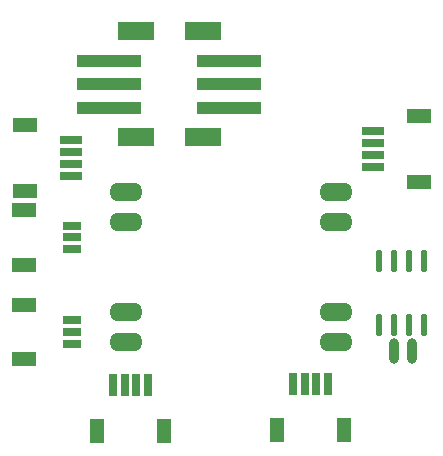
<source format=gbp>
G04 Layer: BottomPasteMaskLayer*
G04 EasyEDA v6.5.40, 2024-02-08 20:30:12*
G04 8a8f0ff451d84adea016c743fcc8db9f,2e16165ee3bb4678bfb3015e44e098b9,10*
G04 Gerber Generator version 0.2*
G04 Scale: 100 percent, Rotated: No, Reflected: No *
G04 Dimensions in millimeters *
G04 leading zeros omitted , absolute positions ,4 integer and 5 decimal *
%FSLAX45Y45*%
%MOMM*%

%AMMACRO1*21,1,$1,$2,0,0,$3*%
%ADD10MACRO1,1X5.5001X90.0000*%
%ADD11MACRO1,1.5999X3X90.0000*%
%ADD12MACRO1,1X5.5001X-90.0000*%
%ADD13MACRO1,1.5999X3X-90.0000*%
%ADD14MACRO1,1.1999X2X90.0000*%
%ADD15MACRO1,0.5999X1.6002X90.0000*%
%ADD16MACRO1,0.7X1.7998X90.0000*%
%ADD17MACRO1,0.7X1.7998X-90.0000*%
%ADD18MACRO1,1.1999X2X-90.0000*%
%ADD19MACRO1,0.7X1.7998X0.0000*%
%ADD20MACRO1,1.1999X2X0.0000*%
%ADD21O,0.7999984X2.1999956000000003*%
%ADD22O,0.5684012X1.950212*%
%ADD23O,2.7999944X1.5999968*%

%LPD*%
D10*
G01*
X1879600Y3073387D03*
G01*
X1879600Y3273386D03*
G01*
X1879600Y2873387D03*
D11*
G01*
X1654594Y3523399D03*
G01*
X1654594Y2623400D03*
D12*
G01*
X863600Y3073387D03*
G01*
X863600Y2873387D03*
G01*
X863600Y3273386D03*
D13*
G01*
X1088605Y2623400D03*
G01*
X1088605Y3523399D03*
D14*
G01*
X142900Y1548002D03*
G01*
X142900Y2007997D03*
D15*
G01*
X542899Y1877999D03*
G01*
X542899Y1778000D03*
G01*
X542899Y1678000D03*
D16*
G01*
X537895Y2301087D03*
G01*
X537895Y2401087D03*
G01*
X537895Y2501087D03*
D14*
G01*
X147904Y2731109D03*
G01*
X147904Y2171090D03*
D16*
G01*
X537895Y2601086D03*
D17*
G01*
X3094304Y2677312D03*
G01*
X3094304Y2577312D03*
G01*
X3094304Y2477312D03*
D18*
G01*
X3484295Y2247290D03*
G01*
X3484295Y2807309D03*
D17*
G01*
X3094304Y2377313D03*
D19*
G01*
X1191412Y525195D03*
G01*
X1091412Y525195D03*
G01*
X991412Y525195D03*
D20*
G01*
X761390Y135204D03*
G01*
X1321409Y135204D03*
D19*
G01*
X891413Y525195D03*
G01*
X2715412Y537895D03*
G01*
X2615412Y537895D03*
G01*
X2515412Y537895D03*
D20*
G01*
X2285390Y147904D03*
G01*
X2845409Y147904D03*
D19*
G01*
X2415412Y537895D03*
D21*
G01*
X3276600Y812800D03*
G01*
X3426612Y812800D03*
D22*
G01*
X3149600Y1578610D03*
G01*
X3276600Y1578610D03*
G01*
X3403600Y1578610D03*
G01*
X3530600Y1578610D03*
G01*
X3149600Y1037589D03*
G01*
X3276600Y1037589D03*
G01*
X3403600Y1037589D03*
G01*
X3530600Y1037589D03*
D14*
G01*
X142900Y747902D03*
G01*
X142900Y1207897D03*
D15*
G01*
X542899Y1077899D03*
G01*
X542899Y977900D03*
G01*
X542899Y877900D03*
D23*
G01*
X2781300Y889000D03*
G01*
X2781300Y1143000D03*
G01*
X2781300Y1905000D03*
G01*
X2781300Y2159000D03*
G01*
X1003300Y2159000D03*
G01*
X1003300Y1905000D03*
G01*
X1003300Y1143000D03*
G01*
X1003300Y889000D03*
M02*

</source>
